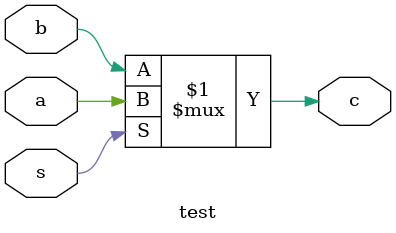
<source format=v>
module test(input a, input b, input s, output c);

assign c = s ? a : b;

endmodule

</source>
